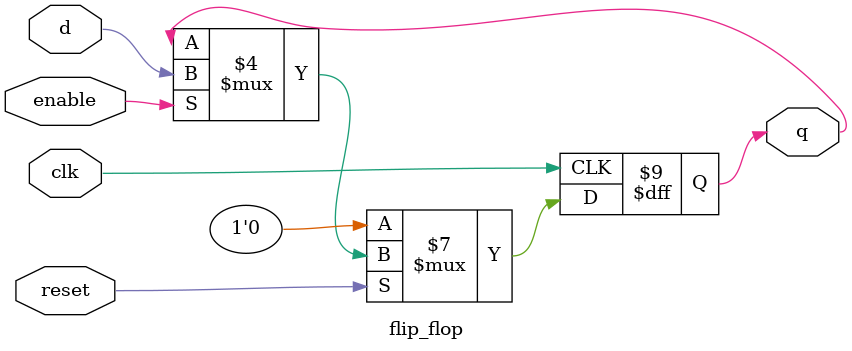
<source format=v>
module flip_flop(input clk, d, enable, reset,
                 output reg q);
                 
always @(posedge clk)
begin
    if (reset == 0) begin
      q <= 0;  
    end
    
  else if (enable == 1) begin
      q <= d;
  end 
end
endmodule
  

</source>
